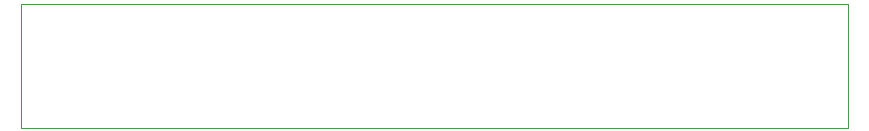
<source format=gbr>
%TF.GenerationSoftware,KiCad,Pcbnew,8.0.4*%
%TF.CreationDate,2024-09-10T00:37:34+02:00*%
%TF.ProjectId,ESP32_PICO_LED,45535033-325f-4504-9943-4f5f4c45442e,rev?*%
%TF.SameCoordinates,Original*%
%TF.FileFunction,Profile,NP*%
%FSLAX46Y46*%
G04 Gerber Fmt 4.6, Leading zero omitted, Abs format (unit mm)*
G04 Created by KiCad (PCBNEW 8.0.4) date 2024-09-10 00:37:34*
%MOMM*%
%LPD*%
G01*
G04 APERTURE LIST*
%TA.AperFunction,Profile*%
%ADD10C,0.050000*%
%TD*%
G04 APERTURE END LIST*
D10*
X106250000Y-75700000D02*
X176250000Y-75700000D01*
X176250000Y-86200000D01*
X106250000Y-86200000D01*
X106250000Y-75700000D01*
M02*

</source>
